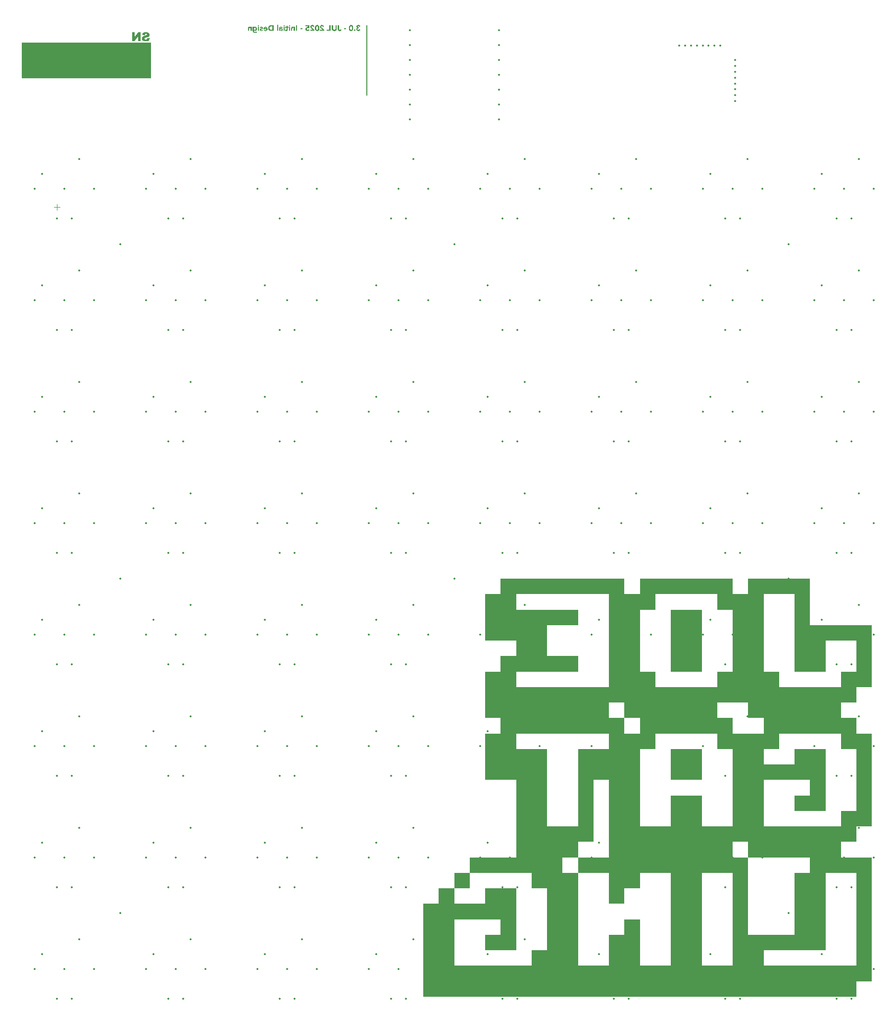
<source format=gbo>
%TF.GenerationSoftware,KiCad,Pcbnew,9.0.2*%
%TF.CreationDate,2025-06-29T11:42:18-07:00*%
%TF.ProjectId,Grid64_v3,47726964-3634-45f7-9633-2e6b69636164,rev?*%
%TF.SameCoordinates,Original*%
%TF.FileFunction,Legend,Bot*%
%TF.FilePolarity,Positive*%
%FSLAX46Y46*%
G04 Gerber Fmt 4.6, Leading zero omitted, Abs format (unit mm)*
G04 Created by KiCad (PCBNEW 9.0.2) date 2025-06-29 11:42:18*
%MOMM*%
%LPD*%
G01*
G04 APERTURE LIST*
%ADD10C,0.000000*%
%ADD11C,0.200000*%
%ADD12C,0.100000*%
%ADD13C,0.120000*%
%ADD14C,0.350000*%
G04 APERTURE END LIST*
D10*
G36*
X149807059Y-134037907D02*
G01*
X149807059Y-137037982D01*
X149807059Y-141621164D01*
X149807059Y-144621240D01*
X144515391Y-144621240D01*
X144515391Y-141621164D01*
X144515391Y-137037982D01*
X144515391Y-134037906D01*
X149807059Y-134037907D01*
G37*
G36*
X149807059Y-157850406D02*
G01*
X149807059Y-160496246D01*
X149807059Y-163142074D01*
X144515391Y-163142074D01*
X144515391Y-160496244D01*
X144515391Y-157850404D01*
X149807059Y-157850406D01*
G37*
G36*
X178911225Y-147267074D02*
G01*
X176265392Y-147267074D01*
X176265392Y-149912906D01*
X173619559Y-149912906D01*
X173619559Y-152558738D01*
X176265392Y-152558738D01*
X176265392Y-152558740D01*
X176265392Y-155204572D01*
X178911225Y-155204572D01*
X178911225Y-157850410D01*
X178911225Y-171079570D01*
X176265392Y-171079570D01*
X176265392Y-173725398D01*
X173619559Y-173725398D01*
X173619559Y-173725406D01*
X173619559Y-176371238D01*
X178911225Y-176371238D01*
X178911225Y-194892093D01*
X178911225Y-197537906D01*
X176265392Y-197537906D01*
X176265392Y-200183750D01*
X102182059Y-200183750D01*
X102182059Y-184308750D01*
X104827887Y-184308750D01*
X104827887Y-181662910D01*
X107473731Y-181662910D01*
X107473731Y-184308750D01*
X112765387Y-184308750D01*
X112765387Y-181662910D01*
X118057059Y-181662910D01*
X118057059Y-192246250D01*
X112765387Y-192246250D01*
X112765387Y-189600410D01*
X115411227Y-189600421D01*
X115411227Y-186954593D01*
X107473723Y-186954582D01*
X107473723Y-194892093D01*
X120702883Y-194892093D01*
X160390391Y-194892093D01*
X176265392Y-194892093D01*
X176265392Y-179017078D01*
X170973724Y-179017078D01*
X170973724Y-192246250D01*
X160390391Y-192246250D01*
X160390391Y-194892086D01*
X160390391Y-194892093D01*
X120702883Y-194892093D01*
X120702883Y-192246253D01*
X123348723Y-192246253D01*
X123348723Y-181662914D01*
X120702887Y-181662914D01*
X120702887Y-179017085D01*
X110119559Y-179017085D01*
X110119559Y-181662906D01*
X107473731Y-181662906D01*
X107473731Y-179017078D01*
X110119559Y-179017078D01*
X125994563Y-179017078D01*
X128640387Y-179017078D01*
X128640391Y-179017078D01*
X128640391Y-194892086D01*
X133932059Y-194892086D01*
X133932059Y-189600406D01*
X136577895Y-189600406D01*
X136577895Y-186954578D01*
X139223727Y-186954578D01*
X139223727Y-194892086D01*
X144515391Y-194892086D01*
X144515391Y-179017078D01*
X149807055Y-179017078D01*
X149807055Y-194892086D01*
X155098725Y-194892086D01*
X155098724Y-189600406D01*
X157744559Y-189600406D01*
X165682059Y-189600406D01*
X165682059Y-179017078D01*
X168327891Y-179017078D01*
X168327891Y-176371246D01*
X157744559Y-176371246D01*
X157744559Y-189600406D01*
X155098724Y-189600406D01*
X155098723Y-179017078D01*
X149807055Y-179017078D01*
X144515391Y-179017078D01*
X139223723Y-179017078D01*
X139223723Y-181662906D01*
X136577891Y-181662906D01*
X136577891Y-184308746D01*
X133932059Y-184308746D01*
X133932059Y-179017078D01*
X128640391Y-179017078D01*
X128640387Y-179017078D01*
X128640387Y-176371246D01*
X125994563Y-176371246D01*
X125994563Y-179017078D01*
X110119559Y-179017078D01*
X110119559Y-176371253D01*
X118057059Y-176371253D01*
X118057059Y-173725406D01*
X128640391Y-173725406D01*
X128640391Y-176371246D01*
X133932059Y-176371246D01*
X133932059Y-173725406D01*
X155098727Y-173725406D01*
X155098727Y-176371246D01*
X157744557Y-176371246D01*
X157744559Y-173725406D01*
X155098727Y-173725406D01*
X133932059Y-173725406D01*
X133932059Y-163142078D01*
X131286227Y-163142078D01*
X131286227Y-173725406D01*
X128640391Y-173725406D01*
X118057059Y-173725406D01*
X118057059Y-163142086D01*
X112765387Y-163142086D01*
X112765387Y-155204586D01*
X115411227Y-155204586D01*
X115411227Y-155204574D01*
X118057059Y-155204574D01*
X118057059Y-157850406D01*
X123348723Y-157850406D01*
X123348723Y-171079578D01*
X128640387Y-171079578D01*
X128640387Y-157850406D01*
X139223727Y-157850406D01*
X139223727Y-171079578D01*
X144515391Y-171079578D01*
X144515391Y-165787906D01*
X149807057Y-165787906D01*
X149807057Y-171079578D01*
X155098725Y-171079578D01*
X155098725Y-160496246D01*
X160390391Y-160496246D01*
X165682058Y-160496246D01*
X165682058Y-157850406D01*
X170973724Y-157850406D01*
X170973724Y-168433746D01*
X165682058Y-168433746D01*
X165682058Y-165787906D01*
X168327891Y-165787906D01*
X168327891Y-163142078D01*
X160390391Y-163142078D01*
X160390391Y-171079578D01*
X173619558Y-171079578D01*
X173619558Y-168433750D01*
X176265392Y-168433750D01*
X176265392Y-157850410D01*
X173619559Y-157850410D01*
X173619558Y-155204574D01*
X163036223Y-155204574D01*
X163036223Y-157850406D01*
X160390391Y-157850406D01*
X160390391Y-157850408D01*
X160390391Y-160496246D01*
X155098725Y-160496246D01*
X155098725Y-157850408D01*
X152452891Y-157850408D01*
X152452891Y-155204574D01*
X141869559Y-155204574D01*
X141869559Y-157850404D01*
X141869559Y-157850406D01*
X139223727Y-157850406D01*
X128640387Y-157850406D01*
X128640387Y-157850404D01*
X133932059Y-157850404D01*
X133932059Y-155204574D01*
X118057059Y-155204574D01*
X115411227Y-155204574D01*
X115411227Y-152558751D01*
X112765387Y-152558751D01*
X112765387Y-149912906D01*
X133932059Y-149912906D01*
X133932059Y-152558740D01*
X136577891Y-152558740D01*
X136577891Y-155204574D01*
X139223723Y-155204574D01*
X139223723Y-152558740D01*
X136577891Y-152558740D01*
X136577891Y-149912906D01*
X152452893Y-149912906D01*
X152452893Y-152558740D01*
X155098727Y-152558740D01*
X155098727Y-155204574D01*
X160390391Y-155204574D01*
X160390391Y-152558740D01*
X157744559Y-152558740D01*
X157744559Y-149912906D01*
X152452893Y-149912906D01*
X136577891Y-149912906D01*
X133932059Y-149912906D01*
X112765387Y-149912906D01*
X112765387Y-144621252D01*
X115411227Y-144621252D01*
X115411227Y-141975418D01*
X118057055Y-141975418D01*
X118057055Y-139329585D01*
X112765387Y-139329585D01*
X112765387Y-134037907D01*
X118057059Y-134037907D01*
X128640387Y-134037907D01*
X128640387Y-136683741D01*
X123348723Y-136683741D01*
X123348723Y-141975406D01*
X128640387Y-141975406D01*
X128640387Y-144621240D01*
X118057059Y-144621240D01*
X118057059Y-147267074D01*
X133932059Y-147267074D01*
X133932059Y-134037907D01*
X139223727Y-134037907D01*
X139223727Y-144621240D01*
X141869559Y-144621240D01*
X141869559Y-147267074D01*
X152452891Y-147267074D01*
X152452891Y-144621240D01*
X155098725Y-144621240D01*
X160390391Y-144621240D01*
X163036224Y-144621240D01*
X163036224Y-147267074D01*
X173619558Y-147267074D01*
X173619558Y-144621240D01*
X176265392Y-144621240D01*
X176265392Y-139329574D01*
X170973724Y-139329574D01*
X170973724Y-144621240D01*
X165682058Y-144621240D01*
X165682058Y-131392074D01*
X160390391Y-131392074D01*
X160390391Y-134037907D01*
X160390391Y-144621240D01*
X155098725Y-144621240D01*
X155098725Y-134037907D01*
X152452891Y-134037907D01*
X152452891Y-131392074D01*
X141869559Y-131392074D01*
X141869559Y-134037907D01*
X139223727Y-134037907D01*
X133932059Y-134037907D01*
X133932059Y-131392074D01*
X118057059Y-131392074D01*
X118057059Y-134037907D01*
X112765387Y-134037907D01*
X112765387Y-131392074D01*
X115411227Y-131392074D01*
X115411227Y-128746241D01*
X136577891Y-128746241D01*
X136577891Y-131392074D01*
X139223723Y-131392074D01*
X139223723Y-128746241D01*
X155098723Y-128746241D01*
X155098723Y-131392074D01*
X157744557Y-131392074D01*
X157744557Y-128746241D01*
X168327891Y-128746241D01*
X168327891Y-136683741D01*
X178911225Y-136683741D01*
X178911225Y-139329574D01*
X178911225Y-147267074D01*
G37*
D11*
X92473725Y-34115000D02*
X92473725Y-46115000D01*
D12*
X33473725Y-37115000D02*
X55473725Y-37115000D01*
X55473725Y-43115000D01*
X33473725Y-43115000D01*
X33473725Y-37115000D01*
G36*
X33473725Y-37115000D02*
G01*
X55473725Y-37115000D01*
X55473725Y-43115000D01*
X33473725Y-43115000D01*
X33473725Y-37115000D01*
G37*
G36*
X55401276Y-36354692D02*
G01*
X54953854Y-36326390D01*
X54939530Y-36399133D01*
X54919747Y-36453529D01*
X54895693Y-36493360D01*
X54856995Y-36532794D01*
X54811369Y-36560905D01*
X54757432Y-36578341D01*
X54693094Y-36584494D01*
X54629056Y-36578760D01*
X54579774Y-36563136D01*
X54541969Y-36538973D01*
X54511758Y-36505835D01*
X54494676Y-36471103D01*
X54489029Y-36433551D01*
X54494352Y-36397828D01*
X54510531Y-36364317D01*
X54539221Y-36331885D01*
X54577319Y-36307276D01*
X54650495Y-36278545D01*
X54775709Y-36245881D01*
X54933669Y-36203895D01*
X55054919Y-36158778D01*
X55145941Y-36111713D01*
X55212415Y-36063432D01*
X55270673Y-36001768D01*
X55311412Y-35933653D01*
X55336079Y-35857700D01*
X55344581Y-35771806D01*
X55337172Y-35696088D01*
X55314924Y-35623172D01*
X55276987Y-35551804D01*
X55225991Y-35489271D01*
X55159209Y-35435099D01*
X55074021Y-35389139D01*
X54981602Y-35358474D01*
X54860260Y-35337775D01*
X54703260Y-35330062D01*
X54555697Y-35338126D01*
X54436047Y-35360292D01*
X54339626Y-35394132D01*
X54262433Y-35438140D01*
X54196413Y-35497632D01*
X54144105Y-35573112D01*
X54105232Y-35667512D01*
X54081082Y-35784995D01*
X54524383Y-35810915D01*
X54541782Y-35744766D01*
X54566332Y-35696702D01*
X54597106Y-35662721D01*
X54636190Y-35638493D01*
X54685990Y-35622949D01*
X54749422Y-35617292D01*
X54822706Y-35626594D01*
X54869407Y-35650631D01*
X54899666Y-35688008D01*
X54909432Y-35731506D01*
X54901711Y-35763265D01*
X54876642Y-35793513D01*
X54832070Y-35817882D01*
X54722128Y-35847918D01*
X54517660Y-35897194D01*
X54376998Y-35941312D01*
X54285239Y-35980267D01*
X54201888Y-36030810D01*
X54138716Y-36086250D01*
X54092623Y-36146688D01*
X54059267Y-36215154D01*
X54039133Y-36288894D01*
X54032264Y-36369255D01*
X54041224Y-36463219D01*
X54067834Y-36551493D01*
X54112681Y-36635693D01*
X54172747Y-36709778D01*
X54246982Y-36771176D01*
X54337263Y-36820524D01*
X54435361Y-36853898D01*
X54554983Y-36875602D01*
X54700238Y-36883447D01*
X54863648Y-36875689D01*
X54993174Y-36854621D01*
X55094663Y-36823015D01*
X55173215Y-36782812D01*
X55233023Y-36734978D01*
X55298494Y-36656497D01*
X55348175Y-36568097D01*
X55382598Y-36468205D01*
X55401276Y-36354692D01*
G37*
G36*
X53801638Y-35353510D02*
G01*
X53363741Y-35353510D01*
X52802563Y-36176913D01*
X52802563Y-35353510D01*
X52359170Y-35353510D01*
X52359170Y-36860000D01*
X52801189Y-36860000D01*
X53359253Y-36041267D01*
X53359253Y-36860000D01*
X53801638Y-36860000D01*
X53801638Y-35353510D01*
G37*
G36*
X91171535Y-34513185D02*
G01*
X91102964Y-34513185D01*
X91045628Y-34508972D01*
X91018565Y-34502749D01*
X90994520Y-34492852D01*
X90973700Y-34478429D01*
X90957456Y-34459146D01*
X90947251Y-34435126D01*
X90943473Y-34402177D01*
X90947458Y-34373879D01*
X90959149Y-34349414D01*
X90979194Y-34327744D01*
X91004359Y-34311551D01*
X91033180Y-34301684D01*
X91066633Y-34298251D01*
X91112229Y-34305181D01*
X91147782Y-34324874D01*
X91174413Y-34354713D01*
X91189731Y-34390575D01*
X91420541Y-34343009D01*
X91399041Y-34282477D01*
X91370227Y-34233771D01*
X91333287Y-34192805D01*
X91290481Y-34160926D01*
X91242131Y-34136978D01*
X91187655Y-34119954D01*
X91129995Y-34110126D01*
X91068037Y-34106765D01*
X91003166Y-34110837D01*
X90941397Y-34122885D01*
X90883607Y-34143787D01*
X90834358Y-34173260D01*
X90793007Y-34211804D01*
X90760963Y-34259295D01*
X90746179Y-34294786D01*
X90736921Y-34335512D01*
X90733669Y-34382454D01*
X90738723Y-34436097D01*
X90753264Y-34482776D01*
X90777022Y-34523871D01*
X90809551Y-34557789D01*
X90850886Y-34582938D01*
X90902929Y-34599403D01*
X90902929Y-34603616D01*
X90860230Y-34613257D01*
X90823916Y-34630177D01*
X90792123Y-34653684D01*
X90765848Y-34681896D01*
X90744964Y-34714529D01*
X90729455Y-34751810D01*
X90720061Y-34791731D01*
X90716877Y-34834242D01*
X90720257Y-34882978D01*
X90729957Y-34926038D01*
X90745576Y-34964302D01*
X90779273Y-35015645D01*
X90822512Y-35057236D01*
X90874231Y-35089225D01*
X90935841Y-35112496D01*
X91002171Y-35126015D01*
X91073594Y-35130631D01*
X91160437Y-35123445D01*
X91236032Y-35102859D01*
X91302388Y-35069570D01*
X91345227Y-35035571D01*
X91380457Y-34992930D01*
X91408470Y-34940414D01*
X91428967Y-34876191D01*
X91207927Y-34824412D01*
X91190456Y-34872873D01*
X91162437Y-34908370D01*
X91137771Y-34924619D01*
X91104797Y-34935219D01*
X91061015Y-34939145D01*
X91016726Y-34934619D01*
X90983847Y-34922391D01*
X90959593Y-34903424D01*
X90941590Y-34877899D01*
X90930558Y-34847754D01*
X90926682Y-34811711D01*
X90931500Y-34772860D01*
X90944206Y-34746620D01*
X90964188Y-34726551D01*
X90989635Y-34712304D01*
X91018764Y-34703485D01*
X91052589Y-34698993D01*
X91122564Y-34696856D01*
X91171535Y-34696856D01*
X91171535Y-34513185D01*
G37*
G36*
X90566912Y-34993855D02*
G01*
X90564449Y-34967832D01*
X90557142Y-34943419D01*
X90545332Y-34921024D01*
X90529848Y-34902020D01*
X90510856Y-34886493D01*
X90488571Y-34874726D01*
X90464164Y-34867371D01*
X90438196Y-34864895D01*
X90412237Y-34867372D01*
X90387882Y-34874726D01*
X90365557Y-34886500D01*
X90346605Y-34902020D01*
X90331086Y-34921031D01*
X90319311Y-34943419D01*
X90311957Y-34967834D01*
X90309480Y-34993855D01*
X90311956Y-35019884D01*
X90319311Y-35044352D01*
X90331082Y-35066689D01*
X90346605Y-35085690D01*
X90365554Y-35101224D01*
X90387882Y-35113046D01*
X90412234Y-35120353D01*
X90438196Y-35122815D01*
X90464166Y-35120354D01*
X90488571Y-35113046D01*
X90510858Y-35101231D01*
X90529848Y-35085690D01*
X90545336Y-35066695D01*
X90557142Y-35044352D01*
X90564451Y-35019887D01*
X90566912Y-34993855D01*
G37*
G36*
X89889292Y-34112479D02*
G01*
X89949152Y-34128464D01*
X89998803Y-34153660D01*
X90043133Y-34188026D01*
X90080503Y-34228184D01*
X90111399Y-34274621D01*
X90146090Y-34352095D01*
X90168796Y-34439668D01*
X90180885Y-34530391D01*
X90184855Y-34618698D01*
X90180885Y-34707005D01*
X90168796Y-34797728D01*
X90146090Y-34885301D01*
X90111399Y-34962775D01*
X90080505Y-35009215D01*
X90043136Y-35049395D01*
X89998803Y-35083797D01*
X89949156Y-35108958D01*
X89889296Y-35124924D01*
X89816903Y-35130631D01*
X89744511Y-35124923D01*
X89684672Y-35108956D01*
X89635064Y-35083797D01*
X89590693Y-35049391D01*
X89553305Y-35009211D01*
X89522407Y-34962775D01*
X89487731Y-34885300D01*
X89465071Y-34797728D01*
X89452936Y-34707004D01*
X89448951Y-34618698D01*
X89658817Y-34618698D01*
X89662358Y-34712854D01*
X89668859Y-34766872D01*
X89681226Y-34818306D01*
X89701114Y-34865561D01*
X89728793Y-34904035D01*
X89752311Y-34923203D01*
X89781154Y-34934970D01*
X89816903Y-34939145D01*
X89853578Y-34934919D01*
X89882603Y-34923110D01*
X89905746Y-34904035D01*
X89932850Y-34865616D01*
X89952580Y-34818306D01*
X89964963Y-34766873D01*
X89971509Y-34712854D01*
X89974989Y-34618698D01*
X89971509Y-34524542D01*
X89964962Y-34470532D01*
X89952580Y-34419152D01*
X89932843Y-34371799D01*
X89905746Y-34333422D01*
X89882598Y-34314311D01*
X89853574Y-34302484D01*
X89816903Y-34298251D01*
X89781159Y-34302432D01*
X89752316Y-34314218D01*
X89728793Y-34333422D01*
X89701120Y-34371855D01*
X89681226Y-34419152D01*
X89668860Y-34470532D01*
X89662358Y-34524542D01*
X89658817Y-34618698D01*
X89448951Y-34618698D01*
X89452936Y-34530392D01*
X89465071Y-34439668D01*
X89487731Y-34352096D01*
X89522407Y-34274621D01*
X89553307Y-34228189D01*
X89590696Y-34188030D01*
X89635064Y-34153660D01*
X89684677Y-34128467D01*
X89744515Y-34112480D01*
X89816903Y-34106765D01*
X89889292Y-34112479D01*
G37*
G36*
X88609183Y-34849263D02*
G01*
X88953321Y-34849263D01*
X88953321Y-34681224D01*
X88609183Y-34681224D01*
X88609183Y-34849263D01*
G37*
G36*
X87547093Y-34782951D02*
G01*
X87550104Y-34850598D01*
X87559000Y-34915392D01*
X87576520Y-34976454D01*
X87604429Y-35029026D01*
X87629388Y-35059215D01*
X87661026Y-35085664D01*
X87700295Y-35108466D01*
X87742873Y-35124256D01*
X87796412Y-35134647D01*
X87863266Y-35138447D01*
X87939888Y-35131861D01*
X88005412Y-35113117D01*
X88061896Y-35082943D01*
X88097877Y-35052338D01*
X88127304Y-35014049D01*
X88150422Y-34966891D01*
X88166860Y-34909164D01*
X87966764Y-34860193D01*
X87956530Y-34893632D01*
X87933913Y-34921803D01*
X87903094Y-34940747D01*
X87868822Y-34946960D01*
X87834157Y-34941894D01*
X87810082Y-34928154D01*
X87791973Y-34907159D01*
X87779307Y-34881381D01*
X87771538Y-34852649D01*
X87767461Y-34820687D01*
X87765324Y-34759931D01*
X87765324Y-34126304D01*
X87547093Y-34126304D01*
X87547093Y-34782951D01*
G37*
G36*
X86524387Y-34732759D02*
G01*
X86531226Y-34818201D01*
X86551010Y-34894509D01*
X86571779Y-34941948D01*
X86598069Y-34984526D01*
X86630022Y-35022737D01*
X86667214Y-35055843D01*
X86710563Y-35084193D01*
X86760815Y-35107794D01*
X86813889Y-35124393D01*
X86873720Y-35134805D01*
X86941310Y-35138447D01*
X87009816Y-35134789D01*
X87070069Y-35124361D01*
X87123149Y-35107794D01*
X87173401Y-35084193D01*
X87216749Y-35055843D01*
X87253941Y-35022737D01*
X87285900Y-34984528D01*
X87312210Y-34941950D01*
X87333014Y-34894509D01*
X87352753Y-34818204D01*
X87359576Y-34732759D01*
X87359576Y-34126304D01*
X87141345Y-34126304D01*
X87141345Y-34722562D01*
X87137594Y-34767197D01*
X87126690Y-34807376D01*
X87108850Y-34843943D01*
X87085413Y-34874787D01*
X87056317Y-34900031D01*
X87021727Y-34919239D01*
X86983441Y-34931167D01*
X86941310Y-34935237D01*
X86899229Y-34931149D01*
X86861565Y-34919239D01*
X86827550Y-34900070D01*
X86798611Y-34874787D01*
X86775140Y-34843936D01*
X86757334Y-34807376D01*
X86746385Y-34767194D01*
X86742618Y-34722562D01*
X86742618Y-34126304D01*
X86524387Y-34126304D01*
X86524387Y-34732759D01*
G37*
G36*
X86314644Y-34126304D02*
G01*
X86096413Y-34126304D01*
X86096413Y-34911789D01*
X85692069Y-34911789D01*
X85692069Y-35115000D01*
X86314644Y-35115000D01*
X86314644Y-34126304D01*
G37*
G36*
X85189661Y-34891884D02*
G01*
X84804979Y-34545242D01*
X84746177Y-34484914D01*
X84724157Y-34448434D01*
X84716807Y-34406329D01*
X84721038Y-34374385D01*
X84733102Y-34348428D01*
X84753199Y-34327011D01*
X84792393Y-34305542D01*
X84838501Y-34298251D01*
X84876059Y-34302608D01*
X84906026Y-34314829D01*
X84930153Y-34334644D01*
X84948715Y-34360483D01*
X84961061Y-34390034D01*
X84967217Y-34424159D01*
X85177083Y-34408771D01*
X85166514Y-34335285D01*
X85144904Y-34275537D01*
X85112131Y-34223584D01*
X85070776Y-34181748D01*
X85021178Y-34149251D01*
X84962332Y-34125511D01*
X84898369Y-34111581D01*
X84827327Y-34106765D01*
X84761617Y-34111595D01*
X84701420Y-34125694D01*
X84645992Y-34149456D01*
X84599265Y-34181809D01*
X84560921Y-34223281D01*
X84531427Y-34275048D01*
X84513365Y-34334124D01*
X84506942Y-34405474D01*
X84509514Y-34451883D01*
X84516772Y-34491753D01*
X84528642Y-34528955D01*
X84544066Y-34561851D01*
X84563135Y-34592177D01*
X84585343Y-34620041D01*
X84637062Y-34671882D01*
X84937847Y-34931329D01*
X84498576Y-34931329D01*
X84498576Y-35115000D01*
X85189661Y-35115000D01*
X85189661Y-34891884D01*
G37*
G36*
X84088036Y-34112479D02*
G01*
X84147896Y-34128464D01*
X84197547Y-34153660D01*
X84241877Y-34188026D01*
X84279247Y-34228184D01*
X84310143Y-34274621D01*
X84344834Y-34352095D01*
X84367540Y-34439668D01*
X84379629Y-34530391D01*
X84383599Y-34618698D01*
X84379629Y-34707005D01*
X84367540Y-34797728D01*
X84344834Y-34885301D01*
X84310143Y-34962775D01*
X84279249Y-35009215D01*
X84241880Y-35049395D01*
X84197547Y-35083797D01*
X84147900Y-35108958D01*
X84088040Y-35124924D01*
X84015647Y-35130631D01*
X83943255Y-35124923D01*
X83883416Y-35108956D01*
X83833808Y-35083797D01*
X83789437Y-35049391D01*
X83752048Y-35009211D01*
X83721151Y-34962775D01*
X83686475Y-34885300D01*
X83663815Y-34797728D01*
X83651680Y-34707004D01*
X83647695Y-34618698D01*
X83857561Y-34618698D01*
X83861102Y-34712854D01*
X83867602Y-34766872D01*
X83879970Y-34818306D01*
X83899858Y-34865561D01*
X83927536Y-34904035D01*
X83951055Y-34923203D01*
X83979898Y-34934970D01*
X84015647Y-34939145D01*
X84052322Y-34934919D01*
X84081346Y-34923110D01*
X84104490Y-34904035D01*
X84131593Y-34865616D01*
X84151324Y-34818306D01*
X84163707Y-34766873D01*
X84170253Y-34712854D01*
X84173733Y-34618698D01*
X84170253Y-34524542D01*
X84163705Y-34470532D01*
X84151324Y-34419152D01*
X84131587Y-34371799D01*
X84104490Y-34333422D01*
X84081342Y-34314311D01*
X84052317Y-34302484D01*
X84015647Y-34298251D01*
X83979902Y-34302432D01*
X83951060Y-34314218D01*
X83927536Y-34333422D01*
X83899864Y-34371855D01*
X83879970Y-34419152D01*
X83867604Y-34470532D01*
X83861102Y-34524542D01*
X83857561Y-34618698D01*
X83647695Y-34618698D01*
X83651680Y-34530392D01*
X83663815Y-34439668D01*
X83686475Y-34352096D01*
X83721151Y-34274621D01*
X83752051Y-34228189D01*
X83789440Y-34188030D01*
X83833808Y-34153660D01*
X83883420Y-34128467D01*
X83943259Y-34112480D01*
X84015647Y-34106765D01*
X84088036Y-34112479D01*
G37*
G36*
X83532718Y-34891884D02*
G01*
X83148035Y-34545242D01*
X83089234Y-34484914D01*
X83067213Y-34448434D01*
X83059864Y-34406329D01*
X83064095Y-34374385D01*
X83076159Y-34348428D01*
X83096256Y-34327011D01*
X83135449Y-34305542D01*
X83181558Y-34298251D01*
X83219115Y-34302608D01*
X83249083Y-34314829D01*
X83273210Y-34334644D01*
X83291772Y-34360483D01*
X83304117Y-34390034D01*
X83310274Y-34424159D01*
X83520139Y-34408771D01*
X83509570Y-34335285D01*
X83487960Y-34275537D01*
X83455188Y-34223584D01*
X83413833Y-34181748D01*
X83364235Y-34149251D01*
X83305389Y-34125511D01*
X83241425Y-34111581D01*
X83170384Y-34106765D01*
X83104674Y-34111595D01*
X83044476Y-34125694D01*
X82989048Y-34149456D01*
X82942322Y-34181809D01*
X82903978Y-34223281D01*
X82874483Y-34275048D01*
X82856422Y-34334124D01*
X82849998Y-34405474D01*
X82852571Y-34451883D01*
X82859829Y-34491753D01*
X82871699Y-34528955D01*
X82887123Y-34561851D01*
X82906192Y-34592177D01*
X82928400Y-34620041D01*
X82980118Y-34671882D01*
X83280903Y-34931329D01*
X82841633Y-34931329D01*
X82841633Y-35115000D01*
X83532718Y-35115000D01*
X83532718Y-34891884D01*
G37*
G36*
X82049553Y-34309975D02*
G01*
X82442662Y-34309975D01*
X82446875Y-34461772D01*
X82411624Y-34453816D01*
X82358704Y-34450659D01*
X82285267Y-34456417D01*
X82220218Y-34473007D01*
X82161183Y-34500701D01*
X82111835Y-34537976D01*
X82071661Y-34584743D01*
X82041188Y-34641290D01*
X82022491Y-34704506D01*
X82015970Y-34777395D01*
X82019337Y-34832657D01*
X82029038Y-34882199D01*
X82044668Y-34926810D01*
X82078998Y-34987714D01*
X82123681Y-35037819D01*
X82178171Y-35077452D01*
X82243299Y-35106939D01*
X82314566Y-35124557D01*
X82393691Y-35130631D01*
X82457861Y-35126390D01*
X82514445Y-35114241D01*
X82564573Y-35094744D01*
X82609175Y-35068044D01*
X82647978Y-35033920D01*
X82680690Y-34991767D01*
X82707488Y-34940446D01*
X82728060Y-34878389D01*
X82508424Y-34828014D01*
X82499468Y-34861838D01*
X82484578Y-34890222D01*
X82463667Y-34914110D01*
X82437760Y-34932165D01*
X82407810Y-34943138D01*
X82372686Y-34946960D01*
X82329715Y-34941984D01*
X82294632Y-34927899D01*
X82265647Y-34904890D01*
X82243724Y-34874777D01*
X82230416Y-34839731D01*
X82225774Y-34798339D01*
X82231214Y-34752307D01*
X82246108Y-34717800D01*
X82269501Y-34689428D01*
X82299291Y-34667302D01*
X82333708Y-34651482D01*
X82372748Y-34641352D01*
X82453836Y-34634330D01*
X82505595Y-34636770D01*
X82558067Y-34644160D01*
X82659489Y-34670722D01*
X82648315Y-34126304D01*
X82049553Y-34126304D01*
X82049553Y-34309975D01*
G37*
G36*
X81150984Y-34849263D02*
G01*
X81495122Y-34849263D01*
X81495122Y-34681224D01*
X81150984Y-34681224D01*
X81150984Y-34849263D01*
G37*
G36*
X80603697Y-34126304D02*
G01*
X80385466Y-34126304D01*
X80385466Y-35115000D01*
X80603697Y-35115000D01*
X80603697Y-34126304D01*
G37*
G36*
X80213274Y-34435027D02*
G01*
X80011774Y-34435027D01*
X80011774Y-34527473D01*
X80009026Y-34527473D01*
X79981061Y-34488700D01*
X79937707Y-34454078D01*
X79911220Y-34440408D01*
X79880310Y-34429105D01*
X79847234Y-34421894D01*
X79810335Y-34419396D01*
X79757464Y-34422498D01*
X79715192Y-34430980D01*
X79681619Y-34443881D01*
X79637764Y-34473306D01*
X79605415Y-34511598D01*
X79582850Y-34557784D01*
X79568351Y-34613569D01*
X79561069Y-34673485D01*
X79558520Y-34740636D01*
X79558520Y-35115000D01*
X79768386Y-35115000D01*
X79768386Y-34782096D01*
X79770523Y-34721280D01*
X79774783Y-34690652D01*
X79783102Y-34663211D01*
X79796443Y-34638990D01*
X79815281Y-34619858D01*
X79840086Y-34607708D01*
X79877502Y-34603066D01*
X79915608Y-34607065D01*
X79943264Y-34617782D01*
X79965563Y-34635000D01*
X79981732Y-34656922D01*
X79992652Y-34682612D01*
X79999257Y-34712182D01*
X80003409Y-34776479D01*
X80003409Y-35115000D01*
X80213274Y-35115000D01*
X80213274Y-34435027D01*
G37*
G36*
X79407395Y-34435027D02*
G01*
X79197529Y-34435027D01*
X79197529Y-35115000D01*
X79407395Y-35115000D01*
X79407395Y-34435027D01*
G37*
G36*
X79424187Y-34220094D02*
G01*
X79420183Y-34188145D01*
X79408439Y-34159937D01*
X79388527Y-34134487D01*
X79362931Y-34114650D01*
X79334579Y-34102941D01*
X79302493Y-34098949D01*
X79270368Y-34102944D01*
X79242018Y-34114655D01*
X79216458Y-34134487D01*
X79196510Y-34159941D01*
X79184747Y-34188149D01*
X79180738Y-34220094D01*
X79184746Y-34252041D01*
X79196508Y-34280269D01*
X79216458Y-34305762D01*
X79242014Y-34325557D01*
X79270364Y-34337249D01*
X79302493Y-34341238D01*
X79334583Y-34337252D01*
X79362935Y-34325562D01*
X79388527Y-34305762D01*
X79408441Y-34280274D01*
X79420185Y-34252045D01*
X79424187Y-34220094D01*
G37*
G36*
X78583686Y-34603066D02*
G01*
X78768334Y-34603066D01*
X78768334Y-34829174D01*
X78765586Y-34880099D01*
X78760896Y-34902003D01*
X78753007Y-34919911D01*
X78740823Y-34934512D01*
X78722905Y-34945739D01*
X78700715Y-34952265D01*
X78668988Y-34954776D01*
X78624963Y-34951296D01*
X78599988Y-34945059D01*
X78583686Y-34935054D01*
X78583686Y-35109687D01*
X78619278Y-35120137D01*
X78656470Y-35126418D01*
X78730598Y-35130631D01*
X78782506Y-35127738D01*
X78828540Y-35119457D01*
X78871009Y-35104740D01*
X78906880Y-35083859D01*
X78936607Y-35055949D01*
X78959332Y-35020355D01*
X78973174Y-34978615D01*
X78978199Y-34925467D01*
X78978199Y-34603066D01*
X79112533Y-34603066D01*
X79112533Y-34435027D01*
X78978199Y-34435027D01*
X78978199Y-34233527D01*
X78768334Y-34233527D01*
X78768334Y-34435027D01*
X78583686Y-34435027D01*
X78583686Y-34603066D01*
G37*
G36*
X78474387Y-34435027D02*
G01*
X78264522Y-34435027D01*
X78264522Y-35115000D01*
X78474387Y-35115000D01*
X78474387Y-34435027D01*
G37*
G36*
X78491179Y-34220094D02*
G01*
X78487176Y-34188145D01*
X78475431Y-34159937D01*
X78455520Y-34134487D01*
X78429923Y-34114650D01*
X78401572Y-34102941D01*
X78369485Y-34098949D01*
X78337360Y-34102944D01*
X78309010Y-34114655D01*
X78283451Y-34134487D01*
X78263502Y-34159941D01*
X78251739Y-34188149D01*
X78247730Y-34220094D01*
X78251738Y-34252041D01*
X78263500Y-34280269D01*
X78283451Y-34305762D01*
X78309006Y-34325557D01*
X78337356Y-34337249D01*
X78369485Y-34341238D01*
X78401576Y-34337252D01*
X78429928Y-34325562D01*
X78455520Y-34305762D01*
X78475433Y-34280274D01*
X78487177Y-34252045D01*
X78491179Y-34220094D01*
G37*
G36*
X77887208Y-34426329D02*
G01*
X77966851Y-34447056D01*
X78017199Y-34468690D01*
X78062730Y-34496273D01*
X78103932Y-34529977D01*
X77992008Y-34645137D01*
X77955907Y-34611169D01*
X77915804Y-34585664D01*
X77871304Y-34569512D01*
X77821343Y-34563988D01*
X77786128Y-34567727D01*
X77754967Y-34578611D01*
X77726943Y-34596716D01*
X77704899Y-34620924D01*
X77691687Y-34649893D01*
X77687071Y-34685132D01*
X77781532Y-34686536D01*
X77883625Y-34694841D01*
X77934008Y-34703755D01*
X77982238Y-34716395D01*
X78027649Y-34734109D01*
X78066929Y-34757306D01*
X78100130Y-34787130D01*
X78125670Y-34823923D01*
X78141586Y-34867156D01*
X78147346Y-34922475D01*
X78142241Y-34971632D01*
X78127746Y-35012662D01*
X78104601Y-35048460D01*
X78074623Y-35077875D01*
X78038767Y-35100775D01*
X77996954Y-35117442D01*
X77952180Y-35127307D01*
X77905302Y-35130631D01*
X77842341Y-35124582D01*
X77782875Y-35106573D01*
X77746836Y-35087102D01*
X77715996Y-35060849D01*
X77689818Y-35027133D01*
X77687071Y-35027133D01*
X77687071Y-35115000D01*
X77493997Y-35115000D01*
X77493997Y-34861720D01*
X77687071Y-34861720D01*
X77690535Y-34891658D01*
X77700382Y-34916369D01*
X77715898Y-34937516D01*
X77736041Y-34954654D01*
X77759655Y-34967819D01*
X77787088Y-34977857D01*
X77816196Y-34983979D01*
X77846561Y-34986039D01*
X77880590Y-34981653D01*
X77913667Y-34968271D01*
X77931694Y-34954132D01*
X77942186Y-34936323D01*
X77945846Y-34913621D01*
X77939875Y-34882787D01*
X77922765Y-34860376D01*
X77897694Y-34843848D01*
X77866833Y-34831678D01*
X77833404Y-34824013D01*
X77798262Y-34820076D01*
X77738850Y-34818000D01*
X77687071Y-34818000D01*
X77687071Y-34861720D01*
X77493997Y-34861720D01*
X77493997Y-34770006D01*
X77497727Y-34687378D01*
X77507980Y-34619858D01*
X77527862Y-34558937D01*
X77557683Y-34510193D01*
X77583652Y-34483192D01*
X77615106Y-34460648D01*
X77652816Y-34442477D01*
X77716769Y-34425744D01*
X77804551Y-34419396D01*
X77887208Y-34426329D01*
G37*
G36*
X77359663Y-34057367D02*
G01*
X77149797Y-34057367D01*
X77149797Y-35115000D01*
X77359663Y-35115000D01*
X77359663Y-34057367D01*
G37*
G36*
X76558180Y-35115000D02*
G01*
X76201464Y-35115000D01*
X76128301Y-35111374D01*
X76058013Y-35100636D01*
X75990193Y-35082882D01*
X75924922Y-35057797D01*
X75865897Y-35026397D01*
X75812507Y-34988665D01*
X75764873Y-34944138D01*
X75724184Y-34893132D01*
X75690141Y-34835036D01*
X75665376Y-34772552D01*
X75650002Y-34702478D01*
X75644651Y-34623461D01*
X75645357Y-34612348D01*
X75871308Y-34612348D01*
X75874635Y-34667302D01*
X75883973Y-34713778D01*
X75898602Y-34753093D01*
X75931295Y-34805479D01*
X75973463Y-34845966D01*
X76024518Y-34875870D01*
X76086059Y-34896524D01*
X76152633Y-34907855D01*
X76226621Y-34911789D01*
X76339949Y-34911789D01*
X76339949Y-34329515D01*
X76211233Y-34329515D01*
X76143830Y-34333912D01*
X76080502Y-34346856D01*
X76021497Y-34368895D01*
X75972058Y-34398879D01*
X75930784Y-34437983D01*
X75898602Y-34486868D01*
X75883791Y-34523386D01*
X75874545Y-34564907D01*
X75871308Y-34612348D01*
X75645357Y-34612348D01*
X75650329Y-34534074D01*
X75666331Y-34457950D01*
X75691546Y-34393018D01*
X75726900Y-34332992D01*
X75768997Y-34281847D01*
X75818124Y-34238717D01*
X75873402Y-34203302D01*
X75935381Y-34174644D01*
X76004909Y-34152866D01*
X76113831Y-34133069D01*
X76230834Y-34126304D01*
X76558180Y-34126304D01*
X76558180Y-35115000D01*
G37*
G36*
X75242676Y-34425764D02*
G01*
X75313641Y-34444492D01*
X75378802Y-34475262D01*
X75433991Y-34516299D01*
X75479434Y-34567470D01*
X75514408Y-34628590D01*
X75530489Y-34673131D01*
X75540375Y-34721713D01*
X75543779Y-34775013D01*
X75540376Y-34828314D01*
X75530491Y-34876917D01*
X75514408Y-34921498D01*
X75479438Y-34982567D01*
X75433991Y-35033728D01*
X75378852Y-35074762D01*
X75313702Y-35105535D01*
X75242685Y-35124264D01*
X75166057Y-35130631D01*
X75111767Y-35126748D01*
X75058773Y-35115113D01*
X75006566Y-35095521D01*
X74957899Y-35068580D01*
X74915668Y-35035407D01*
X74879255Y-34995687D01*
X75026167Y-34887854D01*
X75055236Y-34921126D01*
X75088449Y-34947327D01*
X75127037Y-34964346D01*
X75175827Y-34970408D01*
X75215627Y-34966324D01*
X75249749Y-34954609D01*
X75279386Y-34935420D01*
X75303824Y-34909790D01*
X75321979Y-34878809D01*
X75333974Y-34841448D01*
X74847076Y-34841448D01*
X74847076Y-34775746D01*
X74852897Y-34697133D01*
X74852964Y-34696856D01*
X75056942Y-34696856D01*
X75333974Y-34696856D01*
X75330302Y-34672915D01*
X75322067Y-34649961D01*
X75309518Y-34628971D01*
X75292697Y-34610577D01*
X75272245Y-34595292D01*
X75247268Y-34582672D01*
X75219315Y-34574657D01*
X75185658Y-34571803D01*
X75148966Y-34576076D01*
X75118170Y-34588310D01*
X75091929Y-34608501D01*
X75071770Y-34634798D01*
X75060250Y-34663890D01*
X75056942Y-34696856D01*
X74852964Y-34696856D01*
X74869485Y-34629017D01*
X74896983Y-34567312D01*
X74933110Y-34516543D01*
X74978729Y-34475278D01*
X75033861Y-34444553D01*
X75095634Y-34425874D01*
X75166057Y-34419396D01*
X75242676Y-34425764D01*
G37*
G36*
X74335021Y-34636955D02*
G01*
X74369172Y-34605025D01*
X74409094Y-34586145D01*
X74456715Y-34579619D01*
X74482800Y-34582707D01*
X74508494Y-34592137D01*
X74527208Y-34608925D01*
X74533651Y-34635307D01*
X74527412Y-34656707D01*
X74507761Y-34672187D01*
X74442060Y-34693009D01*
X74356697Y-34712487D01*
X74312510Y-34725935D01*
X74271395Y-34745216D01*
X74235068Y-34771411D01*
X74205633Y-34805727D01*
X74191865Y-34832467D01*
X74182973Y-34866005D01*
X74179743Y-34908004D01*
X74183225Y-34950775D01*
X74192990Y-34986266D01*
X74208442Y-35015837D01*
X74241070Y-35054070D01*
X74281837Y-35084042D01*
X74328796Y-35105713D01*
X74382587Y-35120190D01*
X74438458Y-35128047D01*
X74493107Y-35130631D01*
X74564286Y-35125604D01*
X74637210Y-35110237D01*
X74683624Y-35092936D01*
X74724415Y-35068890D01*
X74760309Y-35037880D01*
X74632997Y-34896280D01*
X74601464Y-34928760D01*
X74567967Y-34951540D01*
X74530135Y-34965496D01*
X74484681Y-34970408D01*
X74449462Y-34967697D01*
X74418979Y-34959966D01*
X74402144Y-34950664D01*
X74392774Y-34938212D01*
X74389548Y-34921681D01*
X74395851Y-34898816D01*
X74415438Y-34882053D01*
X74443347Y-34870361D01*
X74481200Y-34859766D01*
X74566563Y-34840287D01*
X74610786Y-34827184D01*
X74651865Y-34809024D01*
X74688135Y-34783887D01*
X74717627Y-34749856D01*
X74731395Y-34723117D01*
X74740287Y-34689579D01*
X74743517Y-34647580D01*
X74737102Y-34590706D01*
X74719032Y-34544631D01*
X74690617Y-34505217D01*
X74654674Y-34473679D01*
X74612360Y-34449733D01*
X74563082Y-34432646D01*
X74510921Y-34422704D01*
X74458119Y-34419396D01*
X74391104Y-34424241D01*
X74322442Y-34439057D01*
X74278776Y-34455745D01*
X74240285Y-34479079D01*
X74206305Y-34509338D01*
X74335021Y-34636955D01*
G37*
G36*
X74069223Y-34435027D02*
G01*
X73859358Y-34435027D01*
X73859358Y-35115000D01*
X74069223Y-35115000D01*
X74069223Y-34435027D01*
G37*
G36*
X74086015Y-34220094D02*
G01*
X74082012Y-34188145D01*
X74070267Y-34159937D01*
X74050356Y-34134487D01*
X74024759Y-34114650D01*
X73996408Y-34102941D01*
X73964321Y-34098949D01*
X73932196Y-34102944D01*
X73903846Y-34114655D01*
X73878287Y-34134487D01*
X73858338Y-34159941D01*
X73846575Y-34188149D01*
X73842566Y-34220094D01*
X73846574Y-34252041D01*
X73858336Y-34280269D01*
X73878287Y-34305762D01*
X73903842Y-34325557D01*
X73932192Y-34337249D01*
X73964321Y-34341238D01*
X73996412Y-34337252D01*
X74024764Y-34325562D01*
X74050356Y-34305762D01*
X74070269Y-34280274D01*
X74082013Y-34252045D01*
X74086015Y-34220094D01*
G37*
G36*
X73470915Y-34422878D02*
G01*
X73514058Y-34432977D01*
X73553321Y-34449438D01*
X73606444Y-34484259D01*
X73650530Y-34528267D01*
X73685582Y-34580464D01*
X73712079Y-34641352D01*
X73728351Y-34706317D01*
X73733756Y-34772510D01*
X73727650Y-34847122D01*
X73710003Y-34913499D01*
X73680861Y-34973749D01*
X73642104Y-35024446D01*
X73593899Y-35065767D01*
X73536469Y-35096987D01*
X73472469Y-35116160D01*
X73399387Y-35122815D01*
X73351462Y-35118016D01*
X73297966Y-35102665D01*
X73264198Y-35086151D01*
X73234258Y-35063384D01*
X73207718Y-35033789D01*
X73204909Y-35033789D01*
X73204909Y-35099918D01*
X73210215Y-35146883D01*
X73225402Y-35186449D01*
X73250399Y-35220268D01*
X73283783Y-35245126D01*
X73329736Y-35261353D01*
X73392365Y-35267407D01*
X73454741Y-35261323D01*
X73510579Y-35243593D01*
X73562731Y-35215944D01*
X73613405Y-35179296D01*
X73729543Y-35352281D01*
X73678108Y-35387252D01*
X73624197Y-35413295D01*
X73567304Y-35430867D01*
X73478500Y-35446019D01*
X73388213Y-35451078D01*
X73306597Y-35446342D01*
X73238059Y-35433100D01*
X73180587Y-35412465D01*
X73132470Y-35385064D01*
X73092374Y-35350999D01*
X73051810Y-35298464D01*
X73021550Y-35233894D01*
X73002110Y-35154749D01*
X72995104Y-35057786D01*
X72995104Y-34771106D01*
X73188117Y-34771106D01*
X73191298Y-34803937D01*
X73200757Y-34834853D01*
X73215960Y-34863199D01*
X73236416Y-34888037D01*
X73261305Y-34908778D01*
X73290272Y-34925162D01*
X73321962Y-34935620D01*
X73356034Y-34939145D01*
X73391230Y-34935569D01*
X73422529Y-34925162D01*
X73450882Y-34908823D01*
X73475652Y-34888037D01*
X73496109Y-34863199D01*
X73511312Y-34834853D01*
X73520725Y-34803939D01*
X73523890Y-34771106D01*
X73520723Y-34738281D01*
X73511312Y-34707419D01*
X73496105Y-34679022D01*
X73475652Y-34654174D01*
X73450879Y-34633402D01*
X73422529Y-34617110D01*
X73391227Y-34606657D01*
X73356034Y-34603066D01*
X73321965Y-34606606D01*
X73290272Y-34617110D01*
X73261307Y-34633446D01*
X73236416Y-34654174D01*
X73215964Y-34679022D01*
X73200757Y-34707419D01*
X73191299Y-34738283D01*
X73188117Y-34771106D01*
X72995104Y-34771106D01*
X72995104Y-34435027D01*
X73188117Y-34435027D01*
X73188117Y-34525153D01*
X73190926Y-34525153D01*
X73224510Y-34488272D01*
X73247052Y-34470706D01*
X73274885Y-34454200D01*
X73305566Y-34440510D01*
X73341319Y-34429166D01*
X73379505Y-34421935D01*
X73423140Y-34419396D01*
X73470915Y-34422878D01*
G37*
G36*
X72827371Y-34435027D02*
G01*
X72625870Y-34435027D01*
X72625870Y-34527473D01*
X72623123Y-34527473D01*
X72595157Y-34488700D01*
X72551804Y-34454078D01*
X72525316Y-34440408D01*
X72494407Y-34429105D01*
X72461330Y-34421894D01*
X72424431Y-34419396D01*
X72371560Y-34422498D01*
X72329289Y-34430980D01*
X72295715Y-34443881D01*
X72251860Y-34473306D01*
X72219511Y-34511598D01*
X72196947Y-34557784D01*
X72182447Y-34613569D01*
X72175165Y-34673485D01*
X72172617Y-34740636D01*
X72172617Y-35115000D01*
X72382482Y-35115000D01*
X72382482Y-34782096D01*
X72384619Y-34721280D01*
X72388880Y-34690652D01*
X72397198Y-34663211D01*
X72410540Y-34638990D01*
X72429377Y-34619858D01*
X72454182Y-34607708D01*
X72491598Y-34603066D01*
X72529704Y-34607065D01*
X72557360Y-34617782D01*
X72579660Y-34635000D01*
X72595828Y-34656922D01*
X72606748Y-34682612D01*
X72613353Y-34712182D01*
X72617505Y-34776479D01*
X72617505Y-35115000D01*
X72827371Y-35115000D01*
X72827371Y-34435027D01*
G37*
D13*
%TO.C,L1*%
X39020800Y-65246200D02*
X40036800Y-65246200D01*
X39528800Y-65754200D02*
X39528800Y-64738200D01*
%TD*%
D14*
X134778800Y-86201200D03*
X137318800Y-86201200D03*
X92868800Y-195421200D03*
X97948800Y-195421200D03*
X103028800Y-195421200D03*
X94138800Y-192881200D03*
X100488800Y-190341200D03*
X130968800Y-100171200D03*
X136048800Y-100171200D03*
X141128800Y-100171200D03*
X132238800Y-97631200D03*
X138588800Y-95091200D03*
X130968800Y-138271200D03*
X136048800Y-138271200D03*
X141128800Y-138271200D03*
X132238800Y-135731200D03*
X138588800Y-133191200D03*
X96678800Y-181451200D03*
X99218800Y-181451200D03*
X73818800Y-157321200D03*
X78898800Y-157321200D03*
X83978800Y-157321200D03*
X75088800Y-154781200D03*
X81438800Y-152241200D03*
X134778800Y-105251200D03*
X137318800Y-105251200D03*
X169068800Y-62071200D03*
X174148800Y-62071200D03*
X179228800Y-62071200D03*
X170338800Y-59531200D03*
X176688800Y-56991200D03*
X73818800Y-138271200D03*
X78898800Y-138271200D03*
X83978800Y-138271200D03*
X75088800Y-135731200D03*
X81438800Y-133191200D03*
X35718800Y-176371200D03*
X40798800Y-176371200D03*
X45878800Y-176371200D03*
X36988800Y-173831200D03*
X43338800Y-171291200D03*
X172878800Y-200501200D03*
X175418800Y-200501200D03*
X35718800Y-81121200D03*
X40798800Y-81121200D03*
X45878800Y-81121200D03*
X36988800Y-78581200D03*
X43338800Y-76041200D03*
X155473725Y-40115000D03*
X155473725Y-41115000D03*
X155473725Y-42115000D03*
X155473725Y-43115000D03*
X155473725Y-44115000D03*
X155473725Y-45115000D03*
X155473725Y-46115000D03*
X155473725Y-47115000D03*
X58578800Y-124301200D03*
X61118800Y-124301200D03*
X96678800Y-162401200D03*
X99218800Y-162401200D03*
X111918800Y-62071200D03*
X116998800Y-62071200D03*
X122078800Y-62071200D03*
X113188800Y-59531200D03*
X119538800Y-56991200D03*
X107473800Y-128746200D03*
X153828800Y-67151200D03*
X156368800Y-67151200D03*
X50323800Y-71596200D03*
X134778800Y-67151200D03*
X137318800Y-67151200D03*
X164623800Y-71596200D03*
X77628800Y-181451200D03*
X80168800Y-181451200D03*
X73818800Y-119221200D03*
X78898800Y-119221200D03*
X83978800Y-119221200D03*
X75088800Y-116681200D03*
X81438800Y-114141200D03*
X92868800Y-81121200D03*
X97948800Y-81121200D03*
X103028800Y-81121200D03*
X94138800Y-78581200D03*
X100488800Y-76041200D03*
X153828800Y-124301200D03*
X156368800Y-124301200D03*
X153828800Y-181451200D03*
X156368800Y-181451200D03*
X96678800Y-200501200D03*
X99218800Y-200501200D03*
X169068800Y-138271200D03*
X174148800Y-138271200D03*
X179228800Y-138271200D03*
X170338800Y-135731200D03*
X176688800Y-133191200D03*
X115728800Y-200501200D03*
X118268800Y-200501200D03*
X35718800Y-100171200D03*
X40798800Y-100171200D03*
X45878800Y-100171200D03*
X36988800Y-97631200D03*
X43338800Y-95091200D03*
X58578800Y-200501200D03*
X61118800Y-200501200D03*
X54768800Y-100171200D03*
X59848800Y-100171200D03*
X64928800Y-100171200D03*
X56038800Y-97631200D03*
X62388800Y-95091200D03*
X169068800Y-81121200D03*
X174148800Y-81121200D03*
X179228800Y-81121200D03*
X170338800Y-78581200D03*
X176688800Y-76041200D03*
X77628800Y-67151200D03*
X80168800Y-67151200D03*
X35718800Y-119221200D03*
X40798800Y-119221200D03*
X45878800Y-119221200D03*
X36988800Y-116681200D03*
X43338800Y-114141200D03*
X111918800Y-195421200D03*
X116998800Y-195421200D03*
X122078800Y-195421200D03*
X113188800Y-192881200D03*
X119538800Y-190341200D03*
X54768800Y-195421200D03*
X59848800Y-195421200D03*
X64928800Y-195421200D03*
X56038800Y-192881200D03*
X62388800Y-190341200D03*
X150018800Y-119221200D03*
X155098800Y-119221200D03*
X160178800Y-119221200D03*
X151288800Y-116681200D03*
X157638800Y-114141200D03*
X39528800Y-67151200D03*
X42068800Y-67151200D03*
X172878800Y-67151200D03*
X175418800Y-67151200D03*
X134778800Y-181451200D03*
X137318800Y-181451200D03*
X169068800Y-119221200D03*
X174148800Y-119221200D03*
X179228800Y-119221200D03*
X170338800Y-116681200D03*
X176688800Y-114141200D03*
X35718800Y-157321200D03*
X40798800Y-157321200D03*
X45878800Y-157321200D03*
X36988800Y-154781200D03*
X43338800Y-152241200D03*
X134778800Y-124301200D03*
X137318800Y-124301200D03*
X58578800Y-105251200D03*
X61118800Y-105251200D03*
X107473800Y-71596200D03*
X50323800Y-128746200D03*
X39528800Y-86201200D03*
X42068800Y-86201200D03*
X50323800Y-185896200D03*
X96678800Y-105251200D03*
X99218800Y-105251200D03*
X58578800Y-143351200D03*
X61118800Y-143351200D03*
X172878800Y-124301200D03*
X175418800Y-124301200D03*
X77628800Y-124301200D03*
X80168800Y-124301200D03*
X73818800Y-176371200D03*
X78898800Y-176371200D03*
X83978800Y-176371200D03*
X75088800Y-173831200D03*
X81438800Y-171291200D03*
X39528800Y-200501200D03*
X42068800Y-200501200D03*
X150018800Y-62071200D03*
X155098800Y-62071200D03*
X160178800Y-62071200D03*
X151288800Y-59531200D03*
X157638800Y-56991200D03*
X111918800Y-138271200D03*
X116998800Y-138271200D03*
X122078800Y-138271200D03*
X113188800Y-135731200D03*
X119538800Y-133191200D03*
X77628800Y-162401200D03*
X80168800Y-162401200D03*
X130968800Y-81121200D03*
X136048800Y-81121200D03*
X141128800Y-81121200D03*
X132238800Y-78581200D03*
X138588800Y-76041200D03*
X58578800Y-67151200D03*
X61118800Y-67151200D03*
X35718800Y-62071200D03*
X40798800Y-62071200D03*
X45878800Y-62071200D03*
X36988800Y-59531200D03*
X43338800Y-56991200D03*
X39528800Y-143351200D03*
X42068800Y-143351200D03*
X134778800Y-200501200D03*
X137318800Y-200501200D03*
X54768800Y-138271200D03*
X59848800Y-138271200D03*
X64928800Y-138271200D03*
X56038800Y-135731200D03*
X62388800Y-133191200D03*
X54768800Y-62071200D03*
X59848800Y-62071200D03*
X64928800Y-62071200D03*
X56038800Y-59531200D03*
X62388800Y-56991200D03*
X150018800Y-195421200D03*
X155098800Y-195421200D03*
X160178800Y-195421200D03*
X151288800Y-192881200D03*
X157638800Y-190341200D03*
X92868800Y-100171200D03*
X97948800Y-100171200D03*
X103028800Y-100171200D03*
X94138800Y-97631200D03*
X100488800Y-95091200D03*
X111918800Y-81121200D03*
X116998800Y-81121200D03*
X122078800Y-81121200D03*
X113188800Y-78581200D03*
X119538800Y-76041200D03*
X39528800Y-162401200D03*
X42068800Y-162401200D03*
X77628800Y-105251200D03*
X80168800Y-105251200D03*
X58578800Y-162401200D03*
X61118800Y-162401200D03*
X73818800Y-62071200D03*
X78898800Y-62071200D03*
X83978800Y-62071200D03*
X75088800Y-59531200D03*
X81438800Y-56991200D03*
X115728800Y-67151200D03*
X118268800Y-67151200D03*
X77628800Y-86201200D03*
X80168800Y-86201200D03*
X39528800Y-181451200D03*
X42068800Y-181451200D03*
X172878800Y-86201200D03*
X175418800Y-86201200D03*
X145973725Y-37615000D03*
X146973725Y-37615000D03*
X147973725Y-37615000D03*
X148973725Y-37615000D03*
X149973725Y-37615000D03*
X150973725Y-37615000D03*
X151973725Y-37615000D03*
X152973725Y-37615000D03*
X172878800Y-105251200D03*
X175418800Y-105251200D03*
X169068800Y-176371200D03*
X174148800Y-176371200D03*
X179228800Y-176371200D03*
X170338800Y-173831200D03*
X176688800Y-171291200D03*
X92868800Y-176371200D03*
X97948800Y-176371200D03*
X103028800Y-176371200D03*
X94138800Y-173831200D03*
X100488800Y-171291200D03*
X150018800Y-100171200D03*
X155098800Y-100171200D03*
X160178800Y-100171200D03*
X151288800Y-97631200D03*
X157638800Y-95091200D03*
X58578800Y-181451200D03*
X61118800Y-181451200D03*
X58578800Y-86201200D03*
X61118800Y-86201200D03*
X115728800Y-124301200D03*
X118268800Y-124301200D03*
X150018800Y-176371200D03*
X155098800Y-176371200D03*
X160178800Y-176371200D03*
X151288800Y-173831200D03*
X157638800Y-171291200D03*
X115728800Y-162401200D03*
X118268800Y-162401200D03*
X92868800Y-138271200D03*
X97948800Y-138271200D03*
X103028800Y-138271200D03*
X94138800Y-135731200D03*
X100488800Y-133191200D03*
X169068800Y-195421200D03*
X174148800Y-195421200D03*
X179228800Y-195421200D03*
X170338800Y-192881200D03*
X176688800Y-190341200D03*
X150018800Y-138271200D03*
X155098800Y-138271200D03*
X160178800Y-138271200D03*
X151288800Y-135731200D03*
X157638800Y-133191200D03*
X111918800Y-119221200D03*
X116998800Y-119221200D03*
X122078800Y-119221200D03*
X113188800Y-116681200D03*
X119538800Y-114141200D03*
X35718800Y-195421200D03*
X40798800Y-195421200D03*
X45878800Y-195421200D03*
X36988800Y-192881200D03*
X43338800Y-190341200D03*
X115728800Y-143351200D03*
X118268800Y-143351200D03*
X73818800Y-100171200D03*
X78898800Y-100171200D03*
X83978800Y-100171200D03*
X75088800Y-97631200D03*
X81438800Y-95091200D03*
X172878800Y-162401200D03*
X175418800Y-162401200D03*
X115728800Y-86201200D03*
X118268800Y-86201200D03*
X107473800Y-185896200D03*
X130968800Y-119221200D03*
X136048800Y-119221200D03*
X141128800Y-119221200D03*
X132238800Y-116681200D03*
X138588800Y-114141200D03*
X169068800Y-100171200D03*
X174148800Y-100171200D03*
X179228800Y-100171200D03*
X170338800Y-97631200D03*
X176688800Y-95091200D03*
X153828800Y-86201200D03*
X156368800Y-86201200D03*
X150018800Y-157321200D03*
X155098800Y-157321200D03*
X160178800Y-157321200D03*
X151288800Y-154781200D03*
X157638800Y-152241200D03*
X153828800Y-143351200D03*
X156368800Y-143351200D03*
X77628800Y-143351200D03*
X80168800Y-143351200D03*
X73818800Y-195421200D03*
X78898800Y-195421200D03*
X83978800Y-195421200D03*
X75088800Y-192881200D03*
X81438800Y-190341200D03*
X130968800Y-195421200D03*
X136048800Y-195421200D03*
X141128800Y-195421200D03*
X132238800Y-192881200D03*
X138588800Y-190341200D03*
X150018800Y-81121200D03*
X155098800Y-81121200D03*
X160178800Y-81121200D03*
X151288800Y-78581200D03*
X157638800Y-76041200D03*
X130968800Y-157321200D03*
X136048800Y-157321200D03*
X141128800Y-157321200D03*
X132238800Y-154781200D03*
X138588800Y-152241200D03*
X164623800Y-128746200D03*
X92868800Y-62071200D03*
X97948800Y-62071200D03*
X103028800Y-62071200D03*
X94138800Y-59531200D03*
X100488800Y-56991200D03*
X111918800Y-100171200D03*
X116998800Y-100171200D03*
X122078800Y-100171200D03*
X113188800Y-97631200D03*
X119538800Y-95091200D03*
X92868800Y-119221200D03*
X97948800Y-119221200D03*
X103028800Y-119221200D03*
X94138800Y-116681200D03*
X100488800Y-114141200D03*
X92868800Y-157321200D03*
X97948800Y-157321200D03*
X103028800Y-157321200D03*
X94138800Y-154781200D03*
X100488800Y-152241200D03*
X77628800Y-200501200D03*
X80168800Y-200501200D03*
X153828800Y-162401200D03*
X156368800Y-162401200D03*
X172878800Y-143351200D03*
X175418800Y-143351200D03*
X169068800Y-157321200D03*
X174148800Y-157321200D03*
X179228800Y-157321200D03*
X170338800Y-154781200D03*
X176688800Y-152241200D03*
X35718800Y-138271200D03*
X40798800Y-138271200D03*
X45878800Y-138271200D03*
X36988800Y-135731200D03*
X43338800Y-133191200D03*
X96678800Y-124301200D03*
X99218800Y-124301200D03*
X39528800Y-124301200D03*
X42068800Y-124301200D03*
X96678800Y-86201200D03*
X99218800Y-86201200D03*
X54768800Y-81121200D03*
X59848800Y-81121200D03*
X64928800Y-81121200D03*
X56038800Y-78581200D03*
X62388800Y-76041200D03*
X111918800Y-157321200D03*
X116998800Y-157321200D03*
X122078800Y-157321200D03*
X113188800Y-154781200D03*
X119538800Y-152241200D03*
X111918800Y-176371200D03*
X116998800Y-176371200D03*
X122078800Y-176371200D03*
X113188800Y-173831200D03*
X119538800Y-171291200D03*
X115728800Y-181451200D03*
X118268800Y-181451200D03*
X130968800Y-176371200D03*
X136048800Y-176371200D03*
X141128800Y-176371200D03*
X132238800Y-173831200D03*
X138588800Y-171291200D03*
X172878800Y-181451200D03*
X175418800Y-181451200D03*
X73818800Y-81121200D03*
X78898800Y-81121200D03*
X83978800Y-81121200D03*
X75088800Y-78581200D03*
X81438800Y-76041200D03*
X134778800Y-162401200D03*
X137318800Y-162401200D03*
X54768800Y-157321200D03*
X59848800Y-157321200D03*
X64928800Y-157321200D03*
X56038800Y-154781200D03*
X62388800Y-152241200D03*
X54768800Y-119221200D03*
X59848800Y-119221200D03*
X64928800Y-119221200D03*
X56038800Y-116681200D03*
X62388800Y-114141200D03*
X153828800Y-105251200D03*
X156368800Y-105251200D03*
X164623800Y-185896200D03*
X115728800Y-105251200D03*
X118268800Y-105251200D03*
X153828800Y-200501200D03*
X156368800Y-200501200D03*
X96678800Y-143351200D03*
X99218800Y-143351200D03*
X39528800Y-105251200D03*
X42068800Y-105251200D03*
X99853725Y-34995000D03*
X99853725Y-37535000D03*
X99853725Y-40075000D03*
X99853725Y-42615000D03*
X99853725Y-45155000D03*
X99853725Y-47695000D03*
X99853725Y-50235000D03*
X115093725Y-50235000D03*
X115093725Y-47695000D03*
X115093725Y-45155000D03*
X115093725Y-42615000D03*
X115093725Y-40075000D03*
X115093725Y-37535000D03*
X115093725Y-34995000D03*
X134778800Y-143351200D03*
X137318800Y-143351200D03*
X130968800Y-62071200D03*
X136048800Y-62071200D03*
X141128800Y-62071200D03*
X132238800Y-59531200D03*
X138588800Y-56991200D03*
X54768800Y-176371200D03*
X59848800Y-176371200D03*
X64928800Y-176371200D03*
X56038800Y-173831200D03*
X62388800Y-171291200D03*
X96678800Y-67151200D03*
X99218800Y-67151200D03*
M02*

</source>
